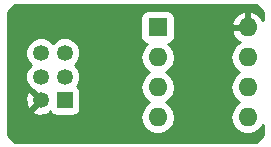
<source format=gbr>
G04 #@! TF.GenerationSoftware,KiCad,Pcbnew,(5.0.0)*
G04 #@! TF.CreationDate,2018-10-11T09:42:50+01:00*
G04 #@! TF.ProjectId,scroll,7363726F6C6C2E6B696361645F706362,rev?*
G04 #@! TF.SameCoordinates,Original*
G04 #@! TF.FileFunction,Copper,L2,Bot,Signal*
G04 #@! TF.FilePolarity,Positive*
%FSLAX46Y46*%
G04 Gerber Fmt 4.6, Leading zero omitted, Abs format (unit mm)*
G04 Created by KiCad (PCBNEW (5.0.0)) date 10/11/18 09:42:50*
%MOMM*%
%LPD*%
G01*
G04 APERTURE LIST*
G04 #@! TA.AperFunction,ComponentPad*
%ADD10C,1.350000*%
G04 #@! TD*
G04 #@! TA.AperFunction,ComponentPad*
%ADD11R,1.350000X1.350000*%
G04 #@! TD*
G04 #@! TA.AperFunction,ComponentPad*
%ADD12O,1.600000X1.600000*%
G04 #@! TD*
G04 #@! TA.AperFunction,ComponentPad*
%ADD13R,1.600000X1.600000*%
G04 #@! TD*
G04 #@! TA.AperFunction,Conductor*
%ADD14C,0.254000*%
G04 #@! TD*
G04 APERTURE END LIST*
D10*
G04 #@! TO.P,J1,6*
G04 #@! TO.N,GND*
X125500000Y-90750000D03*
G04 #@! TO.P,J1,4*
G04 #@! TO.N,MOSI*
X125500000Y-92750000D03*
G04 #@! TO.P,J1,2*
G04 #@! TO.N,+3V3*
X125500000Y-94750000D03*
G04 #@! TO.P,J1,5*
G04 #@! TO.N,RESET*
X127500000Y-90750000D03*
G04 #@! TO.P,J1,3*
G04 #@! TO.N,SCK*
X127500000Y-92750000D03*
D11*
G04 #@! TO.P,J1,1*
G04 #@! TO.N,MISO*
X127500000Y-94750000D03*
G04 #@! TD*
D12*
G04 #@! TO.P,U1,8*
G04 #@! TO.N,+3V3*
X142995001Y-88575001D03*
G04 #@! TO.P,U1,4*
G04 #@! TO.N,GND*
X135375001Y-96195001D03*
G04 #@! TO.P,U1,7*
G04 #@! TO.N,SCK*
X142995001Y-91115001D03*
G04 #@! TO.P,U1,3*
G04 #@! TO.N,Net-(U1-Pad3)*
X135375001Y-93655001D03*
G04 #@! TO.P,U1,6*
G04 #@! TO.N,MISO*
X142995001Y-93655001D03*
G04 #@! TO.P,U1,2*
G04 #@! TO.N,Net-(U1-Pad2)*
X135375001Y-91115001D03*
G04 #@! TO.P,U1,5*
G04 #@! TO.N,MOSI*
X142995001Y-96195001D03*
D13*
G04 #@! TO.P,U1,1*
G04 #@! TO.N,RESET*
X135375001Y-88575001D03*
G04 #@! TD*
D14*
G04 #@! TO.N,+3V3*
G36*
X144290000Y-87294092D02*
X144290000Y-87991997D01*
X144226042Y-87837578D01*
X143850135Y-87422612D01*
X143344042Y-87183087D01*
X143122001Y-87304372D01*
X143122001Y-88448001D01*
X143142001Y-88448001D01*
X143142001Y-88702001D01*
X143122001Y-88702001D01*
X143122001Y-88722001D01*
X142868001Y-88722001D01*
X142868001Y-88702001D01*
X141725086Y-88702001D01*
X141603097Y-88924040D01*
X141763960Y-89312424D01*
X142139867Y-89727390D01*
X142344109Y-89824054D01*
X141960424Y-90080424D01*
X141643261Y-90555092D01*
X141531888Y-91115001D01*
X141643261Y-91674910D01*
X141960424Y-92149578D01*
X142312759Y-92385001D01*
X141960424Y-92620424D01*
X141643261Y-93095092D01*
X141531888Y-93655001D01*
X141643261Y-94214910D01*
X141960424Y-94689578D01*
X142312759Y-94925001D01*
X141960424Y-95160424D01*
X141643261Y-95635092D01*
X141531888Y-96195001D01*
X141643261Y-96754910D01*
X141960424Y-97229578D01*
X142435092Y-97546741D01*
X142853668Y-97630001D01*
X143136334Y-97630001D01*
X143554910Y-97546741D01*
X144029578Y-97229578D01*
X144290001Y-96839828D01*
X144290001Y-97705908D01*
X143705910Y-98290000D01*
X123294092Y-98290000D01*
X122710000Y-97705910D01*
X122710000Y-94563100D01*
X124177478Y-94563100D01*
X124206625Y-95083434D01*
X124349672Y-95428781D01*
X124582853Y-95487542D01*
X125320395Y-94750000D01*
X124582853Y-94012458D01*
X124349672Y-94071219D01*
X124177478Y-94563100D01*
X122710000Y-94563100D01*
X122710000Y-90489425D01*
X124190000Y-90489425D01*
X124190000Y-91010575D01*
X124389436Y-91492055D01*
X124647381Y-91750000D01*
X124389436Y-92007945D01*
X124190000Y-92489425D01*
X124190000Y-93010575D01*
X124389436Y-93492055D01*
X124757945Y-93860564D01*
X124812955Y-93883350D01*
X125500000Y-94570395D01*
X125514143Y-94556253D01*
X125693748Y-94735858D01*
X125679605Y-94750000D01*
X125693748Y-94764143D01*
X125514143Y-94943748D01*
X125500000Y-94929605D01*
X124762458Y-95667147D01*
X124821219Y-95900328D01*
X125313100Y-96072522D01*
X125833434Y-96043375D01*
X126178781Y-95900328D01*
X126233584Y-95682854D01*
X126367191Y-95882809D01*
X126577235Y-96023157D01*
X126825000Y-96072440D01*
X128175000Y-96072440D01*
X128422765Y-96023157D01*
X128632809Y-95882809D01*
X128773157Y-95672765D01*
X128822440Y-95425000D01*
X128822440Y-94075000D01*
X128773157Y-93827235D01*
X128632809Y-93617191D01*
X128544461Y-93558158D01*
X128610564Y-93492055D01*
X128810000Y-93010575D01*
X128810000Y-92489425D01*
X128610564Y-92007945D01*
X128352619Y-91750000D01*
X128610564Y-91492055D01*
X128766745Y-91115001D01*
X133911888Y-91115001D01*
X134023261Y-91674910D01*
X134340424Y-92149578D01*
X134692759Y-92385001D01*
X134340424Y-92620424D01*
X134023261Y-93095092D01*
X133911888Y-93655001D01*
X134023261Y-94214910D01*
X134340424Y-94689578D01*
X134692759Y-94925001D01*
X134340424Y-95160424D01*
X134023261Y-95635092D01*
X133911888Y-96195001D01*
X134023261Y-96754910D01*
X134340424Y-97229578D01*
X134815092Y-97546741D01*
X135233668Y-97630001D01*
X135516334Y-97630001D01*
X135934910Y-97546741D01*
X136409578Y-97229578D01*
X136726741Y-96754910D01*
X136838114Y-96195001D01*
X136726741Y-95635092D01*
X136409578Y-95160424D01*
X136057243Y-94925001D01*
X136409578Y-94689578D01*
X136726741Y-94214910D01*
X136838114Y-93655001D01*
X136726741Y-93095092D01*
X136409578Y-92620424D01*
X136057243Y-92385001D01*
X136409578Y-92149578D01*
X136726741Y-91674910D01*
X136838114Y-91115001D01*
X136726741Y-90555092D01*
X136409578Y-90080424D01*
X136288895Y-89999786D01*
X136422766Y-89973158D01*
X136632810Y-89832810D01*
X136773158Y-89622766D01*
X136822441Y-89375001D01*
X136822441Y-88225962D01*
X141603097Y-88225962D01*
X141725086Y-88448001D01*
X142868001Y-88448001D01*
X142868001Y-87304372D01*
X142645960Y-87183087D01*
X142139867Y-87422612D01*
X141763960Y-87837578D01*
X141603097Y-88225962D01*
X136822441Y-88225962D01*
X136822441Y-87775001D01*
X136773158Y-87527236D01*
X136632810Y-87317192D01*
X136422766Y-87176844D01*
X136175001Y-87127561D01*
X134575001Y-87127561D01*
X134327236Y-87176844D01*
X134117192Y-87317192D01*
X133976844Y-87527236D01*
X133927561Y-87775001D01*
X133927561Y-89375001D01*
X133976844Y-89622766D01*
X134117192Y-89832810D01*
X134327236Y-89973158D01*
X134461107Y-89999786D01*
X134340424Y-90080424D01*
X134023261Y-90555092D01*
X133911888Y-91115001D01*
X128766745Y-91115001D01*
X128810000Y-91010575D01*
X128810000Y-90489425D01*
X128610564Y-90007945D01*
X128242055Y-89639436D01*
X127760575Y-89440000D01*
X127239425Y-89440000D01*
X126757945Y-89639436D01*
X126500000Y-89897381D01*
X126242055Y-89639436D01*
X125760575Y-89440000D01*
X125239425Y-89440000D01*
X124757945Y-89639436D01*
X124389436Y-90007945D01*
X124190000Y-90489425D01*
X122710000Y-90489425D01*
X122710000Y-87294090D01*
X123294092Y-86710000D01*
X143705910Y-86710000D01*
X144290000Y-87294092D01*
X144290000Y-87294092D01*
G37*
X144290000Y-87294092D02*
X144290000Y-87991997D01*
X144226042Y-87837578D01*
X143850135Y-87422612D01*
X143344042Y-87183087D01*
X143122001Y-87304372D01*
X143122001Y-88448001D01*
X143142001Y-88448001D01*
X143142001Y-88702001D01*
X143122001Y-88702001D01*
X143122001Y-88722001D01*
X142868001Y-88722001D01*
X142868001Y-88702001D01*
X141725086Y-88702001D01*
X141603097Y-88924040D01*
X141763960Y-89312424D01*
X142139867Y-89727390D01*
X142344109Y-89824054D01*
X141960424Y-90080424D01*
X141643261Y-90555092D01*
X141531888Y-91115001D01*
X141643261Y-91674910D01*
X141960424Y-92149578D01*
X142312759Y-92385001D01*
X141960424Y-92620424D01*
X141643261Y-93095092D01*
X141531888Y-93655001D01*
X141643261Y-94214910D01*
X141960424Y-94689578D01*
X142312759Y-94925001D01*
X141960424Y-95160424D01*
X141643261Y-95635092D01*
X141531888Y-96195001D01*
X141643261Y-96754910D01*
X141960424Y-97229578D01*
X142435092Y-97546741D01*
X142853668Y-97630001D01*
X143136334Y-97630001D01*
X143554910Y-97546741D01*
X144029578Y-97229578D01*
X144290001Y-96839828D01*
X144290001Y-97705908D01*
X143705910Y-98290000D01*
X123294092Y-98290000D01*
X122710000Y-97705910D01*
X122710000Y-94563100D01*
X124177478Y-94563100D01*
X124206625Y-95083434D01*
X124349672Y-95428781D01*
X124582853Y-95487542D01*
X125320395Y-94750000D01*
X124582853Y-94012458D01*
X124349672Y-94071219D01*
X124177478Y-94563100D01*
X122710000Y-94563100D01*
X122710000Y-90489425D01*
X124190000Y-90489425D01*
X124190000Y-91010575D01*
X124389436Y-91492055D01*
X124647381Y-91750000D01*
X124389436Y-92007945D01*
X124190000Y-92489425D01*
X124190000Y-93010575D01*
X124389436Y-93492055D01*
X124757945Y-93860564D01*
X124812955Y-93883350D01*
X125500000Y-94570395D01*
X125514143Y-94556253D01*
X125693748Y-94735858D01*
X125679605Y-94750000D01*
X125693748Y-94764143D01*
X125514143Y-94943748D01*
X125500000Y-94929605D01*
X124762458Y-95667147D01*
X124821219Y-95900328D01*
X125313100Y-96072522D01*
X125833434Y-96043375D01*
X126178781Y-95900328D01*
X126233584Y-95682854D01*
X126367191Y-95882809D01*
X126577235Y-96023157D01*
X126825000Y-96072440D01*
X128175000Y-96072440D01*
X128422765Y-96023157D01*
X128632809Y-95882809D01*
X128773157Y-95672765D01*
X128822440Y-95425000D01*
X128822440Y-94075000D01*
X128773157Y-93827235D01*
X128632809Y-93617191D01*
X128544461Y-93558158D01*
X128610564Y-93492055D01*
X128810000Y-93010575D01*
X128810000Y-92489425D01*
X128610564Y-92007945D01*
X128352619Y-91750000D01*
X128610564Y-91492055D01*
X128766745Y-91115001D01*
X133911888Y-91115001D01*
X134023261Y-91674910D01*
X134340424Y-92149578D01*
X134692759Y-92385001D01*
X134340424Y-92620424D01*
X134023261Y-93095092D01*
X133911888Y-93655001D01*
X134023261Y-94214910D01*
X134340424Y-94689578D01*
X134692759Y-94925001D01*
X134340424Y-95160424D01*
X134023261Y-95635092D01*
X133911888Y-96195001D01*
X134023261Y-96754910D01*
X134340424Y-97229578D01*
X134815092Y-97546741D01*
X135233668Y-97630001D01*
X135516334Y-97630001D01*
X135934910Y-97546741D01*
X136409578Y-97229578D01*
X136726741Y-96754910D01*
X136838114Y-96195001D01*
X136726741Y-95635092D01*
X136409578Y-95160424D01*
X136057243Y-94925001D01*
X136409578Y-94689578D01*
X136726741Y-94214910D01*
X136838114Y-93655001D01*
X136726741Y-93095092D01*
X136409578Y-92620424D01*
X136057243Y-92385001D01*
X136409578Y-92149578D01*
X136726741Y-91674910D01*
X136838114Y-91115001D01*
X136726741Y-90555092D01*
X136409578Y-90080424D01*
X136288895Y-89999786D01*
X136422766Y-89973158D01*
X136632810Y-89832810D01*
X136773158Y-89622766D01*
X136822441Y-89375001D01*
X136822441Y-88225962D01*
X141603097Y-88225962D01*
X141725086Y-88448001D01*
X142868001Y-88448001D01*
X142868001Y-87304372D01*
X142645960Y-87183087D01*
X142139867Y-87422612D01*
X141763960Y-87837578D01*
X141603097Y-88225962D01*
X136822441Y-88225962D01*
X136822441Y-87775001D01*
X136773158Y-87527236D01*
X136632810Y-87317192D01*
X136422766Y-87176844D01*
X136175001Y-87127561D01*
X134575001Y-87127561D01*
X134327236Y-87176844D01*
X134117192Y-87317192D01*
X133976844Y-87527236D01*
X133927561Y-87775001D01*
X133927561Y-89375001D01*
X133976844Y-89622766D01*
X134117192Y-89832810D01*
X134327236Y-89973158D01*
X134461107Y-89999786D01*
X134340424Y-90080424D01*
X134023261Y-90555092D01*
X133911888Y-91115001D01*
X128766745Y-91115001D01*
X128810000Y-91010575D01*
X128810000Y-90489425D01*
X128610564Y-90007945D01*
X128242055Y-89639436D01*
X127760575Y-89440000D01*
X127239425Y-89440000D01*
X126757945Y-89639436D01*
X126500000Y-89897381D01*
X126242055Y-89639436D01*
X125760575Y-89440000D01*
X125239425Y-89440000D01*
X124757945Y-89639436D01*
X124389436Y-90007945D01*
X124190000Y-90489425D01*
X122710000Y-90489425D01*
X122710000Y-87294090D01*
X123294092Y-86710000D01*
X143705910Y-86710000D01*
X144290000Y-87294092D01*
G04 #@! TD*
M02*

</source>
